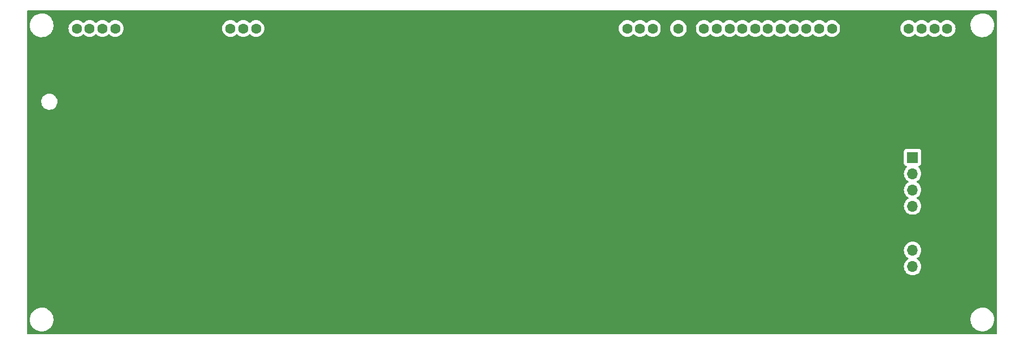
<source format=gbr>
%TF.GenerationSoftware,KiCad,Pcbnew,7.0.7*%
%TF.CreationDate,2024-04-09T00:53:37+02:00*%
%TF.ProjectId,vfd_display,7666645f-6469-4737-906c-61792e6b6963,rev?*%
%TF.SameCoordinates,Original*%
%TF.FileFunction,Copper,L1,Top*%
%TF.FilePolarity,Positive*%
%FSLAX46Y46*%
G04 Gerber Fmt 4.6, Leading zero omitted, Abs format (unit mm)*
G04 Created by KiCad (PCBNEW 7.0.7) date 2024-04-09 00:53:37*
%MOMM*%
%LPD*%
G01*
G04 APERTURE LIST*
%TA.AperFunction,ComponentPad*%
%ADD10C,1.600000*%
%TD*%
%TA.AperFunction,ComponentPad*%
%ADD11O,1.700000X1.700000*%
%TD*%
%TA.AperFunction,ComponentPad*%
%ADD12R,1.700000X1.700000*%
%TD*%
%TA.AperFunction,ViaPad*%
%ADD13C,1.000000*%
%TD*%
%TA.AperFunction,ViaPad*%
%ADD14C,0.800000*%
%TD*%
%TA.AperFunction,ViaPad*%
%ADD15C,4.000000*%
%TD*%
G04 APERTURE END LIST*
D10*
%TO.P,U5,1,F+*%
%TO.N,V_FILAMENT*%
X219000000Y-68000000D03*
%TO.P,U5,2,F+*%
X217000000Y-68000000D03*
%TO.P,U5,3,F+*%
X215000000Y-68000000D03*
%TO.P,U5,4,F+*%
X213000000Y-68000000D03*
%TO.P,U5,5,GND*%
%TO.N,GND*%
X203000000Y-68000000D03*
%TO.P,U5,6,VDD*%
%TO.N,VDD*%
X201000000Y-68000000D03*
%TO.P,U5,7,NC*%
%TO.N,unconnected-(U5-NC-Pad7)*%
X199000000Y-68000000D03*
%TO.P,U5,8,NC*%
%TO.N,unconnected-(U5-NC-Pad8)*%
X197000000Y-68000000D03*
%TO.P,U5,9,TEST*%
%TO.N,Net-(U5-TEST)*%
X195000000Y-68000000D03*
%TO.P,U5,10,RESET*%
%TO.N,Net-(D4-K)*%
X193000000Y-68000000D03*
%TO.P,U5,11,DIO*%
%TO.N,Net-(D5-K)*%
X191000000Y-68000000D03*
%TO.P,U5,12,CS*%
%TO.N,Net-(D6-K)*%
X189000000Y-68000000D03*
%TO.P,U5,13,CLK*%
%TO.N,Net-(D7-K)*%
X187000000Y-68000000D03*
%TO.P,U5,14,VDD*%
%TO.N,VDD*%
X185000000Y-68000000D03*
%TO.P,U5,15,INT*%
%TO.N,unconnected-(U5-INT-Pad15)*%
X183000000Y-68000000D03*
%TO.P,U5,16,NC*%
%TO.N,unconnected-(U5-NC-Pad16)*%
X181000000Y-68000000D03*
%TO.P,U5,17,GND*%
%TO.N,GND*%
X179000000Y-68000000D03*
%TO.P,U5,18,NC*%
%TO.N,unconnected-(U5-NC-Pad18)*%
X177000000Y-68000000D03*
%TO.P,U5,19,GND*%
%TO.N,GND*%
X175000000Y-68000000D03*
%TO.P,U5,20,NC*%
%TO.N,unconnected-(U5-NC-Pad20)*%
X173000000Y-68000000D03*
%TO.P,U5,21,VHG*%
%TO.N,Net-(U5-VHG)*%
X171000000Y-68000000D03*
%TO.P,U5,22,NC*%
%TO.N,unconnected-(U5-NC-Pad22)*%
X169000000Y-68000000D03*
%TO.P,U5,23,NC*%
%TO.N,unconnected-(U5-NC-Pad23)*%
X111000000Y-68000000D03*
%TO.P,U5,24,VDD*%
%TO.N,VDD*%
X109000000Y-68000000D03*
%TO.P,U5,25,VHP*%
%TO.N,Net-(U5-VHP)*%
X107000000Y-68000000D03*
%TO.P,U5,26,GND*%
%TO.N,GND*%
X101000000Y-68000000D03*
%TO.P,U5,27,GND*%
X99000000Y-68000000D03*
%TO.P,U5,28,F-*%
%TO.N,Net-(D8-K)*%
X89000000Y-68000000D03*
%TO.P,U5,29,F-*%
X87000000Y-68000000D03*
%TO.P,U5,30,F-*%
X85000000Y-68000000D03*
%TO.P,U5,31,F-*%
X83000000Y-68000000D03*
%TD*%
D11*
%TO.P,J1,4,Pin_4*%
%TO.N,VFD_RESET*%
X213600000Y-95770000D03*
%TO.P,J1,3,Pin_3*%
%TO.N,VFD_SDA*%
X213600000Y-93230000D03*
%TO.P,J1,2,Pin_2*%
%TO.N,VFD_CS*%
X213600000Y-90690000D03*
D12*
%TO.P,J1,1,Pin_1*%
%TO.N,VFD_SCK*%
X213600000Y-88150000D03*
%TD*%
D11*
%TO.P,J2,4,Pin_4*%
%TO.N,GND*%
X213600000Y-107770000D03*
%TO.P,J2,3,Pin_3*%
%TO.N,FILAMENT_EN*%
X213600000Y-105230000D03*
%TO.P,J2,2,Pin_2*%
%TO.N,VDD*%
X213600000Y-102690000D03*
D12*
%TO.P,J2,1,Pin_1*%
%TO.N,GND*%
X213600000Y-100150000D03*
%TD*%
D13*
%TO.N,GND*%
X211500000Y-74800000D03*
D14*
X190950000Y-71810000D03*
X187000000Y-71810000D03*
D15*
X82500000Y-79500000D03*
D14*
X193000000Y-71810000D03*
X173890000Y-104695000D03*
X189000000Y-71810000D03*
X182882500Y-95805000D03*
X189000000Y-105500000D03*
X173890000Y-96270000D03*
%TD*%
%TA.AperFunction,Conductor*%
%TO.N,GND*%
G36*
X226742539Y-65220185D02*
G01*
X226788294Y-65272989D01*
X226799500Y-65324500D01*
X226799500Y-115675500D01*
X226779815Y-115742539D01*
X226727011Y-115788294D01*
X226675500Y-115799500D01*
X75324500Y-115799500D01*
X75257461Y-115779815D01*
X75211706Y-115727011D01*
X75200500Y-115675500D01*
X75200500Y-113567909D01*
X75641779Y-113567909D01*
X75671468Y-113837735D01*
X75671470Y-113837748D01*
X75706127Y-113970315D01*
X75740132Y-114100384D01*
X75846303Y-114350224D01*
X75918588Y-114468668D01*
X75987716Y-114581940D01*
X75987717Y-114581942D01*
X75987719Y-114581944D01*
X76161368Y-114790604D01*
X76363546Y-114971757D01*
X76589947Y-115121542D01*
X76835743Y-115236767D01*
X77095697Y-115314975D01*
X77364268Y-115354500D01*
X77364273Y-115354500D01*
X77567786Y-115354500D01*
X77619394Y-115350722D01*
X77770740Y-115339645D01*
X77881488Y-115314975D01*
X78035702Y-115280623D01*
X78035704Y-115280622D01*
X78035709Y-115280621D01*
X78289261Y-115183646D01*
X78525991Y-115050786D01*
X78740853Y-114884875D01*
X78929269Y-114689447D01*
X79087223Y-114468668D01*
X79211348Y-114227244D01*
X79298998Y-113970320D01*
X79348306Y-113703371D01*
X79353256Y-113567909D01*
X222641779Y-113567909D01*
X222671468Y-113837735D01*
X222671470Y-113837748D01*
X222706127Y-113970315D01*
X222740132Y-114100384D01*
X222846303Y-114350224D01*
X222918588Y-114468668D01*
X222987716Y-114581940D01*
X222987717Y-114581942D01*
X222987719Y-114581944D01*
X223161368Y-114790604D01*
X223363546Y-114971757D01*
X223589947Y-115121542D01*
X223835743Y-115236767D01*
X224095697Y-115314975D01*
X224364268Y-115354500D01*
X224364273Y-115354500D01*
X224567786Y-115354500D01*
X224619394Y-115350722D01*
X224770740Y-115339645D01*
X224881488Y-115314975D01*
X225035702Y-115280623D01*
X225035704Y-115280622D01*
X225035709Y-115280621D01*
X225289261Y-115183646D01*
X225525991Y-115050786D01*
X225740853Y-114884875D01*
X225929269Y-114689447D01*
X226087223Y-114468668D01*
X226211348Y-114227244D01*
X226298998Y-113970320D01*
X226348306Y-113703371D01*
X226358220Y-113432089D01*
X226328530Y-113162253D01*
X226259868Y-112899616D01*
X226153697Y-112649776D01*
X226012281Y-112418056D01*
X225838632Y-112209396D01*
X225636454Y-112028243D01*
X225410053Y-111878458D01*
X225164257Y-111763233D01*
X224904303Y-111685025D01*
X224904301Y-111685024D01*
X224904299Y-111685024D01*
X224807999Y-111670852D01*
X224635732Y-111645500D01*
X224432219Y-111645500D01*
X224432214Y-111645500D01*
X224229260Y-111660355D01*
X224229246Y-111660357D01*
X223964297Y-111719376D01*
X223964290Y-111719379D01*
X223710736Y-111816355D01*
X223474012Y-111949211D01*
X223259140Y-112115130D01*
X223259139Y-112115132D01*
X223070734Y-112310549D01*
X223070732Y-112310551D01*
X222912778Y-112531329D01*
X222788656Y-112772746D01*
X222788649Y-112772762D01*
X222701005Y-113029666D01*
X222701001Y-113029684D01*
X222651693Y-113296631D01*
X222651693Y-113296633D01*
X222641779Y-113567909D01*
X79353256Y-113567909D01*
X79358220Y-113432089D01*
X79328530Y-113162253D01*
X79259868Y-112899616D01*
X79153697Y-112649776D01*
X79012281Y-112418056D01*
X78838632Y-112209396D01*
X78636454Y-112028243D01*
X78410053Y-111878458D01*
X78164257Y-111763233D01*
X77904303Y-111685025D01*
X77904301Y-111685024D01*
X77904299Y-111685024D01*
X77807999Y-111670852D01*
X77635732Y-111645500D01*
X77432219Y-111645500D01*
X77432214Y-111645500D01*
X77229260Y-111660355D01*
X77229246Y-111660357D01*
X76964297Y-111719376D01*
X76964290Y-111719379D01*
X76710736Y-111816355D01*
X76474012Y-111949211D01*
X76259140Y-112115130D01*
X76259139Y-112115132D01*
X76070734Y-112310549D01*
X76070732Y-112310551D01*
X75912778Y-112531329D01*
X75788656Y-112772746D01*
X75788649Y-112772762D01*
X75701005Y-113029666D01*
X75701001Y-113029684D01*
X75651693Y-113296631D01*
X75651693Y-113296633D01*
X75641779Y-113567909D01*
X75200500Y-113567909D01*
X75200500Y-105230000D01*
X212244341Y-105230000D01*
X212264936Y-105465403D01*
X212264938Y-105465413D01*
X212326094Y-105693655D01*
X212326096Y-105693659D01*
X212326097Y-105693663D01*
X212425965Y-105907830D01*
X212425967Y-105907834D01*
X212534281Y-106062521D01*
X212561505Y-106101401D01*
X212728599Y-106268495D01*
X212825384Y-106336264D01*
X212922165Y-106404032D01*
X212922167Y-106404033D01*
X212922170Y-106404035D01*
X213136337Y-106503903D01*
X213364592Y-106565063D01*
X213552918Y-106581539D01*
X213599999Y-106585659D01*
X213600000Y-106585659D01*
X213600001Y-106585659D01*
X213639234Y-106582226D01*
X213835408Y-106565063D01*
X214063663Y-106503903D01*
X214277830Y-106404035D01*
X214471401Y-106268495D01*
X214638495Y-106101401D01*
X214774035Y-105907830D01*
X214873903Y-105693663D01*
X214935063Y-105465408D01*
X214955659Y-105230000D01*
X214935063Y-104994592D01*
X214873903Y-104766337D01*
X214774035Y-104552171D01*
X214638495Y-104358599D01*
X214638494Y-104358597D01*
X214471402Y-104191506D01*
X214471396Y-104191501D01*
X214285842Y-104061575D01*
X214242217Y-104006998D01*
X214235023Y-103937500D01*
X214266546Y-103875145D01*
X214285842Y-103858425D01*
X214308026Y-103842891D01*
X214471401Y-103728495D01*
X214638495Y-103561401D01*
X214774035Y-103367830D01*
X214873903Y-103153663D01*
X214935063Y-102925408D01*
X214955659Y-102690000D01*
X214935063Y-102454592D01*
X214873903Y-102226337D01*
X214774035Y-102012171D01*
X214638495Y-101818599D01*
X214638494Y-101818597D01*
X214471402Y-101651506D01*
X214471395Y-101651501D01*
X214277834Y-101515967D01*
X214277830Y-101515965D01*
X214277828Y-101515964D01*
X214063663Y-101416097D01*
X214063659Y-101416096D01*
X214063655Y-101416094D01*
X213835413Y-101354938D01*
X213835403Y-101354936D01*
X213600001Y-101334341D01*
X213599999Y-101334341D01*
X213364596Y-101354936D01*
X213364586Y-101354938D01*
X213136344Y-101416094D01*
X213136335Y-101416098D01*
X212922171Y-101515964D01*
X212922169Y-101515965D01*
X212728597Y-101651505D01*
X212561505Y-101818597D01*
X212425965Y-102012169D01*
X212425964Y-102012171D01*
X212326098Y-102226335D01*
X212326094Y-102226344D01*
X212264938Y-102454586D01*
X212264936Y-102454596D01*
X212244341Y-102689999D01*
X212244341Y-102690000D01*
X212264936Y-102925403D01*
X212264938Y-102925413D01*
X212326094Y-103153655D01*
X212326096Y-103153659D01*
X212326097Y-103153663D01*
X212425965Y-103367829D01*
X212425965Y-103367830D01*
X212425967Y-103367834D01*
X212561501Y-103561395D01*
X212561506Y-103561402D01*
X212728597Y-103728493D01*
X212728603Y-103728498D01*
X212914158Y-103858425D01*
X212957783Y-103913002D01*
X212964977Y-103982500D01*
X212933454Y-104044855D01*
X212914158Y-104061575D01*
X212728597Y-104191505D01*
X212561505Y-104358597D01*
X212425965Y-104552169D01*
X212425964Y-104552171D01*
X212326098Y-104766335D01*
X212326094Y-104766344D01*
X212264938Y-104994586D01*
X212264936Y-104994596D01*
X212244341Y-105229999D01*
X212244341Y-105230000D01*
X75200500Y-105230000D01*
X75200500Y-95770000D01*
X212244341Y-95770000D01*
X212264936Y-96005403D01*
X212264938Y-96005413D01*
X212326094Y-96233655D01*
X212326096Y-96233659D01*
X212326097Y-96233663D01*
X212425965Y-96447829D01*
X212425965Y-96447830D01*
X212425967Y-96447834D01*
X212534281Y-96602521D01*
X212561505Y-96641401D01*
X212728599Y-96808495D01*
X212825384Y-96876264D01*
X212922165Y-96944032D01*
X212922167Y-96944033D01*
X212922170Y-96944035D01*
X213136337Y-97043903D01*
X213364592Y-97105063D01*
X213552918Y-97121539D01*
X213599999Y-97125659D01*
X213600000Y-97125659D01*
X213600001Y-97125659D01*
X213639234Y-97122226D01*
X213835408Y-97105063D01*
X214063663Y-97043903D01*
X214277830Y-96944035D01*
X214471401Y-96808495D01*
X214638495Y-96641401D01*
X214774035Y-96447830D01*
X214873903Y-96233663D01*
X214935063Y-96005408D01*
X214955659Y-95770000D01*
X214935063Y-95534592D01*
X214873903Y-95306337D01*
X214774035Y-95092171D01*
X214638495Y-94898599D01*
X214638494Y-94898597D01*
X214471402Y-94731506D01*
X214471396Y-94731501D01*
X214285842Y-94601575D01*
X214242217Y-94546998D01*
X214235023Y-94477500D01*
X214266546Y-94415145D01*
X214285842Y-94398425D01*
X214308026Y-94382891D01*
X214471401Y-94268495D01*
X214638495Y-94101401D01*
X214774035Y-93907830D01*
X214873903Y-93693663D01*
X214935063Y-93465408D01*
X214955659Y-93230000D01*
X214935063Y-92994592D01*
X214873903Y-92766337D01*
X214774035Y-92552171D01*
X214638495Y-92358599D01*
X214638494Y-92358597D01*
X214471402Y-92191506D01*
X214471396Y-92191501D01*
X214285842Y-92061575D01*
X214242217Y-92006998D01*
X214235023Y-91937500D01*
X214266546Y-91875145D01*
X214285842Y-91858425D01*
X214308026Y-91842891D01*
X214471401Y-91728495D01*
X214638495Y-91561401D01*
X214774035Y-91367830D01*
X214873903Y-91153663D01*
X214935063Y-90925408D01*
X214955659Y-90690000D01*
X214935063Y-90454592D01*
X214873903Y-90226337D01*
X214774035Y-90012171D01*
X214638495Y-89818599D01*
X214516567Y-89696671D01*
X214483084Y-89635351D01*
X214488068Y-89565659D01*
X214529939Y-89509725D01*
X214560915Y-89492810D01*
X214692331Y-89443796D01*
X214807546Y-89357546D01*
X214893796Y-89242331D01*
X214944091Y-89107483D01*
X214950500Y-89047873D01*
X214950499Y-87252128D01*
X214944091Y-87192517D01*
X214893796Y-87057669D01*
X214893795Y-87057668D01*
X214893793Y-87057664D01*
X214807547Y-86942455D01*
X214807544Y-86942452D01*
X214692335Y-86856206D01*
X214692328Y-86856202D01*
X214557482Y-86805908D01*
X214557483Y-86805908D01*
X214497883Y-86799501D01*
X214497881Y-86799500D01*
X214497873Y-86799500D01*
X214497864Y-86799500D01*
X212702129Y-86799500D01*
X212702123Y-86799501D01*
X212642516Y-86805908D01*
X212507671Y-86856202D01*
X212507664Y-86856206D01*
X212392455Y-86942452D01*
X212392452Y-86942455D01*
X212306206Y-87057664D01*
X212306202Y-87057671D01*
X212255908Y-87192517D01*
X212249501Y-87252116D01*
X212249501Y-87252123D01*
X212249500Y-87252135D01*
X212249500Y-89047870D01*
X212249501Y-89047876D01*
X212255908Y-89107483D01*
X212306202Y-89242328D01*
X212306206Y-89242335D01*
X212392452Y-89357544D01*
X212392455Y-89357547D01*
X212507664Y-89443793D01*
X212507671Y-89443797D01*
X212639081Y-89492810D01*
X212695015Y-89534681D01*
X212719432Y-89600145D01*
X212704580Y-89668418D01*
X212683430Y-89696673D01*
X212561503Y-89818600D01*
X212425965Y-90012169D01*
X212425964Y-90012171D01*
X212326098Y-90226335D01*
X212326094Y-90226344D01*
X212264938Y-90454586D01*
X212264936Y-90454596D01*
X212244341Y-90689999D01*
X212244341Y-90690000D01*
X212264936Y-90925403D01*
X212264938Y-90925413D01*
X212326094Y-91153655D01*
X212326096Y-91153659D01*
X212326097Y-91153663D01*
X212425965Y-91367830D01*
X212425967Y-91367834D01*
X212561501Y-91561395D01*
X212561506Y-91561402D01*
X212728597Y-91728493D01*
X212728603Y-91728498D01*
X212914158Y-91858425D01*
X212957783Y-91913002D01*
X212964977Y-91982500D01*
X212933454Y-92044855D01*
X212914158Y-92061575D01*
X212728597Y-92191505D01*
X212561505Y-92358597D01*
X212425965Y-92552169D01*
X212425964Y-92552171D01*
X212326098Y-92766335D01*
X212326094Y-92766344D01*
X212264938Y-92994586D01*
X212264936Y-92994596D01*
X212244341Y-93229999D01*
X212244341Y-93230000D01*
X212264936Y-93465403D01*
X212264938Y-93465413D01*
X212326094Y-93693655D01*
X212326096Y-93693659D01*
X212326097Y-93693663D01*
X212425965Y-93907830D01*
X212425967Y-93907834D01*
X212561501Y-94101395D01*
X212561506Y-94101402D01*
X212728597Y-94268493D01*
X212728603Y-94268498D01*
X212914158Y-94398425D01*
X212957783Y-94453002D01*
X212964977Y-94522500D01*
X212933454Y-94584855D01*
X212914158Y-94601575D01*
X212728597Y-94731505D01*
X212561505Y-94898597D01*
X212425965Y-95092169D01*
X212425964Y-95092171D01*
X212326098Y-95306335D01*
X212326094Y-95306344D01*
X212264938Y-95534586D01*
X212264936Y-95534596D01*
X212244341Y-95769999D01*
X212244341Y-95770000D01*
X75200500Y-95770000D01*
X75200500Y-79506506D01*
X77441696Y-79506506D01*
X77441697Y-79506510D01*
X77472009Y-79730281D01*
X77472010Y-79730284D01*
X77541789Y-79945044D01*
X77648794Y-80143891D01*
X77648796Y-80143894D01*
X77789586Y-80320439D01*
X77959639Y-80469011D01*
X77959640Y-80469012D01*
X77959643Y-80469014D01*
X78153493Y-80584834D01*
X78364908Y-80664179D01*
X78364908Y-80664180D01*
X78587090Y-80704500D01*
X78587093Y-80704500D01*
X78756337Y-80704500D01*
X78756343Y-80704500D01*
X78914443Y-80690270D01*
X78924906Y-80689329D01*
X79142570Y-80629258D01*
X79142575Y-80629255D01*
X79142582Y-80629254D01*
X79346033Y-80531277D01*
X79528721Y-80398547D01*
X79684772Y-80235330D01*
X79809173Y-80046871D01*
X79897923Y-79839229D01*
X79948172Y-79619076D01*
X79958303Y-79393490D01*
X79927991Y-79169719D01*
X79858211Y-78954957D01*
X79751204Y-78756106D01*
X79610411Y-78579558D01*
X79521007Y-78501448D01*
X79440360Y-78430988D01*
X79336146Y-78368723D01*
X79246507Y-78315166D01*
X79128154Y-78270747D01*
X79035091Y-78235819D01*
X78812910Y-78195500D01*
X78812907Y-78195500D01*
X78643657Y-78195500D01*
X78612271Y-78198324D01*
X78475093Y-78210670D01*
X78257429Y-78270741D01*
X78257414Y-78270747D01*
X78053973Y-78368719D01*
X78053965Y-78368723D01*
X77871284Y-78501448D01*
X77871282Y-78501449D01*
X77715226Y-78664671D01*
X77590828Y-78853125D01*
X77502077Y-79060772D01*
X77502075Y-79060778D01*
X77451828Y-79280922D01*
X77451828Y-79280926D01*
X77441696Y-79506506D01*
X75200500Y-79506506D01*
X75200500Y-67567909D01*
X75641779Y-67567909D01*
X75671468Y-67837735D01*
X75671470Y-67837748D01*
X75713888Y-68000001D01*
X75740132Y-68100384D01*
X75846303Y-68350224D01*
X75905052Y-68446488D01*
X75987716Y-68581940D01*
X75987717Y-68581942D01*
X76161369Y-68790605D01*
X76262456Y-68881180D01*
X76363546Y-68971757D01*
X76589947Y-69121542D01*
X76835743Y-69236767D01*
X77095697Y-69314975D01*
X77364268Y-69354500D01*
X77364273Y-69354500D01*
X77567786Y-69354500D01*
X77619394Y-69350722D01*
X77770740Y-69339645D01*
X77881488Y-69314975D01*
X78035702Y-69280623D01*
X78035704Y-69280622D01*
X78035709Y-69280621D01*
X78289261Y-69183646D01*
X78525991Y-69050786D01*
X78740853Y-68884875D01*
X78929269Y-68689447D01*
X79087223Y-68468668D01*
X79211348Y-68227244D01*
X79254629Y-68100378D01*
X79288873Y-68000001D01*
X81694532Y-68000001D01*
X81714364Y-68226686D01*
X81714366Y-68226697D01*
X81773258Y-68446488D01*
X81773261Y-68446497D01*
X81869431Y-68652732D01*
X81869432Y-68652734D01*
X81999954Y-68839141D01*
X82160858Y-69000045D01*
X82160861Y-69000047D01*
X82347266Y-69130568D01*
X82553504Y-69226739D01*
X82773308Y-69285635D01*
X82935230Y-69299801D01*
X82999998Y-69305468D01*
X83000000Y-69305468D01*
X83000002Y-69305468D01*
X83056672Y-69300509D01*
X83226692Y-69285635D01*
X83446496Y-69226739D01*
X83652734Y-69130568D01*
X83839139Y-69000047D01*
X83912320Y-68926865D01*
X83973641Y-68893382D01*
X84043333Y-68898366D01*
X84087679Y-68926865D01*
X84160861Y-69000047D01*
X84347266Y-69130568D01*
X84553504Y-69226739D01*
X84773308Y-69285635D01*
X84935230Y-69299801D01*
X84999998Y-69305468D01*
X85000000Y-69305468D01*
X85000002Y-69305468D01*
X85056672Y-69300509D01*
X85226692Y-69285635D01*
X85446496Y-69226739D01*
X85652734Y-69130568D01*
X85839139Y-69000047D01*
X85912320Y-68926865D01*
X85973641Y-68893382D01*
X86043333Y-68898366D01*
X86087679Y-68926865D01*
X86160861Y-69000047D01*
X86347266Y-69130568D01*
X86553504Y-69226739D01*
X86773308Y-69285635D01*
X86935230Y-69299801D01*
X86999998Y-69305468D01*
X87000000Y-69305468D01*
X87000002Y-69305468D01*
X87056672Y-69300509D01*
X87226692Y-69285635D01*
X87446496Y-69226739D01*
X87652734Y-69130568D01*
X87839139Y-69000047D01*
X87912320Y-68926865D01*
X87973641Y-68893382D01*
X88043333Y-68898366D01*
X88087679Y-68926865D01*
X88160861Y-69000047D01*
X88347266Y-69130568D01*
X88553504Y-69226739D01*
X88773308Y-69285635D01*
X88935230Y-69299801D01*
X88999998Y-69305468D01*
X89000000Y-69305468D01*
X89000002Y-69305468D01*
X89056672Y-69300509D01*
X89226692Y-69285635D01*
X89446496Y-69226739D01*
X89652734Y-69130568D01*
X89839139Y-69000047D01*
X90000047Y-68839139D01*
X90130568Y-68652734D01*
X90226739Y-68446496D01*
X90285635Y-68226692D01*
X90305468Y-68000001D01*
X105694532Y-68000001D01*
X105714364Y-68226686D01*
X105714366Y-68226697D01*
X105773258Y-68446488D01*
X105773261Y-68446497D01*
X105869431Y-68652732D01*
X105869432Y-68652734D01*
X105999954Y-68839141D01*
X106160858Y-69000045D01*
X106160861Y-69000047D01*
X106347266Y-69130568D01*
X106553504Y-69226739D01*
X106773308Y-69285635D01*
X106935230Y-69299801D01*
X106999998Y-69305468D01*
X107000000Y-69305468D01*
X107000002Y-69305468D01*
X107056672Y-69300509D01*
X107226692Y-69285635D01*
X107446496Y-69226739D01*
X107652734Y-69130568D01*
X107839139Y-69000047D01*
X107912320Y-68926865D01*
X107973641Y-68893382D01*
X108043333Y-68898366D01*
X108087679Y-68926865D01*
X108160861Y-69000047D01*
X108347266Y-69130568D01*
X108553504Y-69226739D01*
X108773308Y-69285635D01*
X108935230Y-69299801D01*
X108999998Y-69305468D01*
X109000000Y-69305468D01*
X109000002Y-69305468D01*
X109056672Y-69300509D01*
X109226692Y-69285635D01*
X109446496Y-69226739D01*
X109652734Y-69130568D01*
X109839139Y-69000047D01*
X109912319Y-68926866D01*
X109973639Y-68893382D01*
X110043331Y-68898366D01*
X110087680Y-68926867D01*
X110160858Y-69000045D01*
X110160861Y-69000047D01*
X110347266Y-69130568D01*
X110553504Y-69226739D01*
X110773308Y-69285635D01*
X110935230Y-69299801D01*
X110999998Y-69305468D01*
X111000000Y-69305468D01*
X111000002Y-69305468D01*
X111056672Y-69300509D01*
X111226692Y-69285635D01*
X111446496Y-69226739D01*
X111652734Y-69130568D01*
X111839139Y-69000047D01*
X112000047Y-68839139D01*
X112130568Y-68652734D01*
X112226739Y-68446496D01*
X112285635Y-68226692D01*
X112305468Y-68000001D01*
X167694532Y-68000001D01*
X167714364Y-68226686D01*
X167714366Y-68226697D01*
X167773258Y-68446488D01*
X167773261Y-68446497D01*
X167869431Y-68652732D01*
X167869432Y-68652734D01*
X167999954Y-68839141D01*
X168160858Y-69000045D01*
X168160861Y-69000047D01*
X168347266Y-69130568D01*
X168553504Y-69226739D01*
X168773308Y-69285635D01*
X168935230Y-69299801D01*
X168999998Y-69305468D01*
X169000000Y-69305468D01*
X169000002Y-69305468D01*
X169056672Y-69300509D01*
X169226692Y-69285635D01*
X169446496Y-69226739D01*
X169652734Y-69130568D01*
X169839139Y-69000047D01*
X169912320Y-68926865D01*
X169973641Y-68893382D01*
X170043333Y-68898366D01*
X170087679Y-68926865D01*
X170160861Y-69000047D01*
X170347266Y-69130568D01*
X170553504Y-69226739D01*
X170773308Y-69285635D01*
X170935230Y-69299801D01*
X170999998Y-69305468D01*
X171000000Y-69305468D01*
X171000002Y-69305468D01*
X171056672Y-69300509D01*
X171226692Y-69285635D01*
X171446496Y-69226739D01*
X171652734Y-69130568D01*
X171839139Y-69000047D01*
X171912320Y-68926865D01*
X171973641Y-68893382D01*
X172043333Y-68898366D01*
X172087679Y-68926865D01*
X172160861Y-69000047D01*
X172347266Y-69130568D01*
X172553504Y-69226739D01*
X172773308Y-69285635D01*
X172935230Y-69299801D01*
X172999998Y-69305468D01*
X173000000Y-69305468D01*
X173000002Y-69305468D01*
X173056672Y-69300509D01*
X173226692Y-69285635D01*
X173446496Y-69226739D01*
X173652734Y-69130568D01*
X173839139Y-69000047D01*
X174000047Y-68839139D01*
X174130568Y-68652734D01*
X174226739Y-68446496D01*
X174285635Y-68226692D01*
X174305468Y-68000001D01*
X175694532Y-68000001D01*
X175714364Y-68226686D01*
X175714366Y-68226697D01*
X175773258Y-68446488D01*
X175773261Y-68446497D01*
X175869431Y-68652732D01*
X175869432Y-68652734D01*
X175999954Y-68839141D01*
X176160858Y-69000045D01*
X176160861Y-69000047D01*
X176347266Y-69130568D01*
X176553504Y-69226739D01*
X176773308Y-69285635D01*
X176935230Y-69299801D01*
X176999998Y-69305468D01*
X177000000Y-69305468D01*
X177000002Y-69305468D01*
X177056672Y-69300509D01*
X177226692Y-69285635D01*
X177446496Y-69226739D01*
X177652734Y-69130568D01*
X177839139Y-69000047D01*
X178000047Y-68839139D01*
X178130568Y-68652734D01*
X178226739Y-68446496D01*
X178285635Y-68226692D01*
X178305468Y-68000001D01*
X179694532Y-68000001D01*
X179714364Y-68226686D01*
X179714366Y-68226697D01*
X179773258Y-68446488D01*
X179773261Y-68446497D01*
X179869431Y-68652732D01*
X179869432Y-68652734D01*
X179999954Y-68839141D01*
X180160858Y-69000045D01*
X180160861Y-69000047D01*
X180347266Y-69130568D01*
X180553504Y-69226739D01*
X180773308Y-69285635D01*
X180935230Y-69299801D01*
X180999998Y-69305468D01*
X181000000Y-69305468D01*
X181000002Y-69305468D01*
X181056672Y-69300509D01*
X181226692Y-69285635D01*
X181446496Y-69226739D01*
X181652734Y-69130568D01*
X181839139Y-69000047D01*
X181912319Y-68926866D01*
X181973639Y-68893382D01*
X182043331Y-68898366D01*
X182087680Y-68926867D01*
X182160858Y-69000045D01*
X182160861Y-69000047D01*
X182347266Y-69130568D01*
X182553504Y-69226739D01*
X182773308Y-69285635D01*
X182935230Y-69299801D01*
X182999998Y-69305468D01*
X183000000Y-69305468D01*
X183000002Y-69305468D01*
X183056672Y-69300509D01*
X183226692Y-69285635D01*
X183446496Y-69226739D01*
X183652734Y-69130568D01*
X183839139Y-69000047D01*
X183912320Y-68926865D01*
X183973641Y-68893382D01*
X184043333Y-68898366D01*
X184087679Y-68926865D01*
X184160861Y-69000047D01*
X184347266Y-69130568D01*
X184553504Y-69226739D01*
X184773308Y-69285635D01*
X184935230Y-69299801D01*
X184999998Y-69305468D01*
X185000000Y-69305468D01*
X185000002Y-69305468D01*
X185056672Y-69300509D01*
X185226692Y-69285635D01*
X185446496Y-69226739D01*
X185652734Y-69130568D01*
X185839139Y-69000047D01*
X185912320Y-68926865D01*
X185973641Y-68893382D01*
X186043333Y-68898366D01*
X186087679Y-68926865D01*
X186160861Y-69000047D01*
X186347266Y-69130568D01*
X186553504Y-69226739D01*
X186773308Y-69285635D01*
X186935230Y-69299801D01*
X186999998Y-69305468D01*
X187000000Y-69305468D01*
X187000002Y-69305468D01*
X187056672Y-69300509D01*
X187226692Y-69285635D01*
X187446496Y-69226739D01*
X187652734Y-69130568D01*
X187839139Y-69000047D01*
X187912320Y-68926865D01*
X187973641Y-68893382D01*
X188043333Y-68898366D01*
X188087679Y-68926865D01*
X188160861Y-69000047D01*
X188347266Y-69130568D01*
X188553504Y-69226739D01*
X188773308Y-69285635D01*
X188935230Y-69299801D01*
X188999998Y-69305468D01*
X189000000Y-69305468D01*
X189000002Y-69305468D01*
X189056672Y-69300509D01*
X189226692Y-69285635D01*
X189446496Y-69226739D01*
X189652734Y-69130568D01*
X189839139Y-69000047D01*
X189912320Y-68926865D01*
X189973641Y-68893382D01*
X190043333Y-68898366D01*
X190087679Y-68926865D01*
X190160861Y-69000047D01*
X190347266Y-69130568D01*
X190553504Y-69226739D01*
X190773308Y-69285635D01*
X190935230Y-69299801D01*
X190999998Y-69305468D01*
X191000000Y-69305468D01*
X191000002Y-69305468D01*
X191056672Y-69300509D01*
X191226692Y-69285635D01*
X191446496Y-69226739D01*
X191652734Y-69130568D01*
X191839139Y-69000047D01*
X191912320Y-68926865D01*
X191973641Y-68893382D01*
X192043333Y-68898366D01*
X192087679Y-68926865D01*
X192160861Y-69000047D01*
X192347266Y-69130568D01*
X192553504Y-69226739D01*
X192773308Y-69285635D01*
X192935230Y-69299801D01*
X192999998Y-69305468D01*
X193000000Y-69305468D01*
X193000002Y-69305468D01*
X193056672Y-69300509D01*
X193226692Y-69285635D01*
X193446496Y-69226739D01*
X193652734Y-69130568D01*
X193839139Y-69000047D01*
X193912320Y-68926865D01*
X193973641Y-68893382D01*
X194043333Y-68898366D01*
X194087679Y-68926865D01*
X194160861Y-69000047D01*
X194347266Y-69130568D01*
X194553504Y-69226739D01*
X194773308Y-69285635D01*
X194935230Y-69299801D01*
X194999998Y-69305468D01*
X195000000Y-69305468D01*
X195000002Y-69305468D01*
X195056672Y-69300509D01*
X195226692Y-69285635D01*
X195446496Y-69226739D01*
X195652734Y-69130568D01*
X195839139Y-69000047D01*
X195912319Y-68926866D01*
X195973639Y-68893382D01*
X196043331Y-68898366D01*
X196087680Y-68926867D01*
X196160858Y-69000045D01*
X196160861Y-69000047D01*
X196347266Y-69130568D01*
X196553504Y-69226739D01*
X196773308Y-69285635D01*
X196935230Y-69299801D01*
X196999998Y-69305468D01*
X197000000Y-69305468D01*
X197000002Y-69305468D01*
X197056672Y-69300509D01*
X197226692Y-69285635D01*
X197446496Y-69226739D01*
X197652734Y-69130568D01*
X197839139Y-69000047D01*
X197912319Y-68926866D01*
X197973639Y-68893382D01*
X198043331Y-68898366D01*
X198087680Y-68926867D01*
X198160858Y-69000045D01*
X198160861Y-69000047D01*
X198347266Y-69130568D01*
X198553504Y-69226739D01*
X198773308Y-69285635D01*
X198935230Y-69299801D01*
X198999998Y-69305468D01*
X199000000Y-69305468D01*
X199000002Y-69305468D01*
X199056672Y-69300509D01*
X199226692Y-69285635D01*
X199446496Y-69226739D01*
X199652734Y-69130568D01*
X199839139Y-69000047D01*
X199912320Y-68926865D01*
X199973641Y-68893382D01*
X200043333Y-68898366D01*
X200087679Y-68926865D01*
X200160861Y-69000047D01*
X200347266Y-69130568D01*
X200553504Y-69226739D01*
X200773308Y-69285635D01*
X200935230Y-69299801D01*
X200999998Y-69305468D01*
X201000000Y-69305468D01*
X201000002Y-69305468D01*
X201056672Y-69300509D01*
X201226692Y-69285635D01*
X201446496Y-69226739D01*
X201652734Y-69130568D01*
X201839139Y-69000047D01*
X202000047Y-68839139D01*
X202130568Y-68652734D01*
X202226739Y-68446496D01*
X202285635Y-68226692D01*
X202305468Y-68000001D01*
X211694532Y-68000001D01*
X211714364Y-68226686D01*
X211714366Y-68226697D01*
X211773258Y-68446488D01*
X211773261Y-68446497D01*
X211869431Y-68652732D01*
X211869432Y-68652734D01*
X211999954Y-68839141D01*
X212160858Y-69000045D01*
X212160861Y-69000047D01*
X212347266Y-69130568D01*
X212553504Y-69226739D01*
X212773308Y-69285635D01*
X212935230Y-69299801D01*
X212999998Y-69305468D01*
X213000000Y-69305468D01*
X213000002Y-69305468D01*
X213056672Y-69300509D01*
X213226692Y-69285635D01*
X213446496Y-69226739D01*
X213652734Y-69130568D01*
X213839139Y-69000047D01*
X213912319Y-68926866D01*
X213973639Y-68893382D01*
X214043331Y-68898366D01*
X214087680Y-68926867D01*
X214160858Y-69000045D01*
X214160861Y-69000047D01*
X214347266Y-69130568D01*
X214553504Y-69226739D01*
X214773308Y-69285635D01*
X214935230Y-69299801D01*
X214999998Y-69305468D01*
X215000000Y-69305468D01*
X215000002Y-69305468D01*
X215056672Y-69300509D01*
X215226692Y-69285635D01*
X215446496Y-69226739D01*
X215652734Y-69130568D01*
X215839139Y-69000047D01*
X215912320Y-68926865D01*
X215973641Y-68893382D01*
X216043333Y-68898366D01*
X216087679Y-68926865D01*
X216160861Y-69000047D01*
X216347266Y-69130568D01*
X216553504Y-69226739D01*
X216773308Y-69285635D01*
X216935230Y-69299801D01*
X216999998Y-69305468D01*
X217000000Y-69305468D01*
X217000002Y-69305468D01*
X217056672Y-69300509D01*
X217226692Y-69285635D01*
X217446496Y-69226739D01*
X217652734Y-69130568D01*
X217839139Y-69000047D01*
X217912320Y-68926865D01*
X217973641Y-68893382D01*
X218043333Y-68898366D01*
X218087679Y-68926865D01*
X218160861Y-69000047D01*
X218347266Y-69130568D01*
X218553504Y-69226739D01*
X218773308Y-69285635D01*
X218935230Y-69299801D01*
X218999998Y-69305468D01*
X219000000Y-69305468D01*
X219000002Y-69305468D01*
X219056672Y-69300509D01*
X219226692Y-69285635D01*
X219446496Y-69226739D01*
X219652734Y-69130568D01*
X219839139Y-69000047D01*
X220000047Y-68839139D01*
X220130568Y-68652734D01*
X220226739Y-68446496D01*
X220285635Y-68226692D01*
X220305468Y-68000000D01*
X220302872Y-67970333D01*
X220291273Y-67837748D01*
X220285635Y-67773308D01*
X220230599Y-67567909D01*
X222641779Y-67567909D01*
X222671468Y-67837735D01*
X222671470Y-67837748D01*
X222713888Y-68000001D01*
X222740132Y-68100384D01*
X222846303Y-68350224D01*
X222905052Y-68446488D01*
X222987716Y-68581940D01*
X222987717Y-68581942D01*
X223161369Y-68790605D01*
X223262456Y-68881180D01*
X223363546Y-68971757D01*
X223589947Y-69121542D01*
X223835743Y-69236767D01*
X224095697Y-69314975D01*
X224364268Y-69354500D01*
X224364273Y-69354500D01*
X224567786Y-69354500D01*
X224619394Y-69350722D01*
X224770740Y-69339645D01*
X224881488Y-69314975D01*
X225035702Y-69280623D01*
X225035704Y-69280622D01*
X225035709Y-69280621D01*
X225289261Y-69183646D01*
X225525991Y-69050786D01*
X225740853Y-68884875D01*
X225929269Y-68689447D01*
X226087223Y-68468668D01*
X226211348Y-68227244D01*
X226254629Y-68100378D01*
X226298994Y-67970333D01*
X226298994Y-67970329D01*
X226298998Y-67970320D01*
X226348306Y-67703371D01*
X226358220Y-67432089D01*
X226328530Y-67162253D01*
X226259868Y-66899616D01*
X226153697Y-66649776D01*
X226012281Y-66418056D01*
X225838632Y-66209396D01*
X225636454Y-66028243D01*
X225410053Y-65878458D01*
X225164257Y-65763233D01*
X224904303Y-65685025D01*
X224904301Y-65685024D01*
X224904299Y-65685024D01*
X224807999Y-65670852D01*
X224635732Y-65645500D01*
X224432219Y-65645500D01*
X224432214Y-65645500D01*
X224229260Y-65660355D01*
X224229246Y-65660357D01*
X223964297Y-65719376D01*
X223964290Y-65719379D01*
X223710736Y-65816355D01*
X223474012Y-65949211D01*
X223259140Y-66115130D01*
X223259139Y-66115132D01*
X223070734Y-66310549D01*
X223070732Y-66310551D01*
X222912778Y-66531329D01*
X222788656Y-66772746D01*
X222788649Y-66772762D01*
X222701005Y-67029666D01*
X222701001Y-67029684D01*
X222651693Y-67296631D01*
X222651693Y-67296633D01*
X222641779Y-67567909D01*
X220230599Y-67567909D01*
X220226739Y-67553504D01*
X220130568Y-67347266D01*
X220000047Y-67160861D01*
X220000045Y-67160858D01*
X219839141Y-66999954D01*
X219652734Y-66869432D01*
X219652732Y-66869431D01*
X219446497Y-66773261D01*
X219446488Y-66773258D01*
X219226697Y-66714366D01*
X219226693Y-66714365D01*
X219226692Y-66714365D01*
X219226691Y-66714364D01*
X219226686Y-66714364D01*
X219000002Y-66694532D01*
X218999998Y-66694532D01*
X218773313Y-66714364D01*
X218773302Y-66714366D01*
X218553511Y-66773258D01*
X218553502Y-66773261D01*
X218347267Y-66869431D01*
X218347265Y-66869432D01*
X218160862Y-66999951D01*
X218087681Y-67073132D01*
X218026357Y-67106616D01*
X217956666Y-67101631D01*
X217912319Y-67073132D01*
X217839137Y-66999951D01*
X217652734Y-66869432D01*
X217652732Y-66869431D01*
X217446497Y-66773261D01*
X217446488Y-66773258D01*
X217226697Y-66714366D01*
X217226693Y-66714365D01*
X217226692Y-66714365D01*
X217226691Y-66714364D01*
X217226686Y-66714364D01*
X217000002Y-66694532D01*
X216999998Y-66694532D01*
X216773313Y-66714364D01*
X216773302Y-66714366D01*
X216553511Y-66773258D01*
X216553502Y-66773261D01*
X216347267Y-66869431D01*
X216347265Y-66869432D01*
X216160862Y-66999951D01*
X216087681Y-67073132D01*
X216026357Y-67106616D01*
X215956666Y-67101631D01*
X215912319Y-67073132D01*
X215839137Y-66999951D01*
X215652734Y-66869432D01*
X215652732Y-66869431D01*
X215446497Y-66773261D01*
X215446488Y-66773258D01*
X215226697Y-66714366D01*
X215226693Y-66714365D01*
X215226692Y-66714365D01*
X215226691Y-66714364D01*
X215226686Y-66714364D01*
X215000002Y-66694532D01*
X214999998Y-66694532D01*
X214773313Y-66714364D01*
X214773302Y-66714366D01*
X214553511Y-66773258D01*
X214553502Y-66773261D01*
X214347267Y-66869431D01*
X214347265Y-66869432D01*
X214160862Y-66999951D01*
X214087681Y-67073132D01*
X214026357Y-67106616D01*
X213956666Y-67101631D01*
X213912319Y-67073132D01*
X213839137Y-66999951D01*
X213652734Y-66869432D01*
X213652732Y-66869431D01*
X213446497Y-66773261D01*
X213446488Y-66773258D01*
X213226697Y-66714366D01*
X213226693Y-66714365D01*
X213226692Y-66714365D01*
X213226691Y-66714364D01*
X213226686Y-66714364D01*
X213000002Y-66694532D01*
X212999998Y-66694532D01*
X212773313Y-66714364D01*
X212773302Y-66714366D01*
X212553511Y-66773258D01*
X212553502Y-66773261D01*
X212347267Y-66869431D01*
X212347265Y-66869432D01*
X212160858Y-66999954D01*
X211999954Y-67160858D01*
X211869432Y-67347265D01*
X211869431Y-67347267D01*
X211773261Y-67553502D01*
X211773258Y-67553511D01*
X211714366Y-67773302D01*
X211714364Y-67773313D01*
X211694532Y-67999998D01*
X211694532Y-68000001D01*
X202305468Y-68000001D01*
X202305468Y-68000000D01*
X202302872Y-67970333D01*
X202291273Y-67837748D01*
X202285635Y-67773308D01*
X202226739Y-67553504D01*
X202130568Y-67347266D01*
X202000047Y-67160861D01*
X202000045Y-67160858D01*
X201839141Y-66999954D01*
X201652734Y-66869432D01*
X201652732Y-66869431D01*
X201446497Y-66773261D01*
X201446488Y-66773258D01*
X201226697Y-66714366D01*
X201226693Y-66714365D01*
X201226692Y-66714365D01*
X201226691Y-66714364D01*
X201226686Y-66714364D01*
X201000002Y-66694532D01*
X200999998Y-66694532D01*
X200773313Y-66714364D01*
X200773302Y-66714366D01*
X200553511Y-66773258D01*
X200553502Y-66773261D01*
X200347267Y-66869431D01*
X200347265Y-66869432D01*
X200160862Y-66999951D01*
X200087681Y-67073132D01*
X200026357Y-67106616D01*
X199956666Y-67101631D01*
X199912319Y-67073132D01*
X199839137Y-66999951D01*
X199652734Y-66869432D01*
X199652732Y-66869431D01*
X199446497Y-66773261D01*
X199446488Y-66773258D01*
X199226697Y-66714366D01*
X199226693Y-66714365D01*
X199226692Y-66714365D01*
X199226691Y-66714364D01*
X199226686Y-66714364D01*
X199000002Y-66694532D01*
X198999998Y-66694532D01*
X198773313Y-66714364D01*
X198773302Y-66714366D01*
X198553511Y-66773258D01*
X198553502Y-66773261D01*
X198347267Y-66869431D01*
X198347265Y-66869432D01*
X198160862Y-66999951D01*
X198087681Y-67073132D01*
X198026357Y-67106616D01*
X197956666Y-67101631D01*
X197912319Y-67073132D01*
X197839137Y-66999951D01*
X197652734Y-66869432D01*
X197652732Y-66869431D01*
X197446497Y-66773261D01*
X197446488Y-66773258D01*
X197226697Y-66714366D01*
X197226693Y-66714365D01*
X197226692Y-66714365D01*
X197226691Y-66714364D01*
X197226686Y-66714364D01*
X197000002Y-66694532D01*
X196999998Y-66694532D01*
X196773313Y-66714364D01*
X196773302Y-66714366D01*
X196553511Y-66773258D01*
X196553502Y-66773261D01*
X196347267Y-66869431D01*
X196347265Y-66869432D01*
X196160862Y-66999951D01*
X196087681Y-67073132D01*
X196026357Y-67106616D01*
X195956666Y-67101631D01*
X195912319Y-67073132D01*
X195839137Y-66999951D01*
X195652734Y-66869432D01*
X195652732Y-66869431D01*
X195446497Y-66773261D01*
X195446488Y-66773258D01*
X195226697Y-66714366D01*
X195226693Y-66714365D01*
X195226692Y-66714365D01*
X195226691Y-66714364D01*
X195226686Y-66714364D01*
X195000002Y-66694532D01*
X194999998Y-66694532D01*
X194773313Y-66714364D01*
X194773302Y-66714366D01*
X194553511Y-66773258D01*
X194553502Y-66773261D01*
X194347267Y-66869431D01*
X194347265Y-66869432D01*
X194160862Y-66999951D01*
X194087681Y-67073132D01*
X194026357Y-67106616D01*
X193956666Y-67101631D01*
X193912319Y-67073132D01*
X193839137Y-66999951D01*
X193652734Y-66869432D01*
X193652732Y-66869431D01*
X193446497Y-66773261D01*
X193446488Y-66773258D01*
X193226697Y-66714366D01*
X193226693Y-66714365D01*
X193226692Y-66714365D01*
X193226691Y-66714364D01*
X193226686Y-66714364D01*
X193000002Y-66694532D01*
X192999998Y-66694532D01*
X192773313Y-66714364D01*
X192773302Y-66714366D01*
X192553511Y-66773258D01*
X192553502Y-66773261D01*
X192347267Y-66869431D01*
X192347265Y-66869432D01*
X192160862Y-66999951D01*
X192087681Y-67073132D01*
X192026357Y-67106616D01*
X191956666Y-67101631D01*
X191912319Y-67073132D01*
X191839137Y-66999951D01*
X191652734Y-66869432D01*
X191652732Y-66869431D01*
X191446497Y-66773261D01*
X191446488Y-66773258D01*
X191226697Y-66714366D01*
X191226693Y-66714365D01*
X191226692Y-66714365D01*
X191226691Y-66714364D01*
X191226686Y-66714364D01*
X191000002Y-66694532D01*
X190999998Y-66694532D01*
X190773313Y-66714364D01*
X190773302Y-66714366D01*
X190553511Y-66773258D01*
X190553502Y-66773261D01*
X190347267Y-66869431D01*
X190347265Y-66869432D01*
X190160862Y-66999951D01*
X190087681Y-67073132D01*
X190026357Y-67106616D01*
X189956666Y-67101631D01*
X189912319Y-67073132D01*
X189839137Y-66999951D01*
X189652734Y-66869432D01*
X189652732Y-66869431D01*
X189446497Y-66773261D01*
X189446488Y-66773258D01*
X189226697Y-66714366D01*
X189226693Y-66714365D01*
X189226692Y-66714365D01*
X189226691Y-66714364D01*
X189226686Y-66714364D01*
X189000002Y-66694532D01*
X188999998Y-66694532D01*
X188773313Y-66714364D01*
X188773302Y-66714366D01*
X188553511Y-66773258D01*
X188553502Y-66773261D01*
X188347267Y-66869431D01*
X188347265Y-66869432D01*
X188160862Y-66999951D01*
X188087681Y-67073132D01*
X188026357Y-67106616D01*
X187956666Y-67101631D01*
X187912319Y-67073132D01*
X187839137Y-66999951D01*
X187652734Y-66869432D01*
X187652732Y-66869431D01*
X187446497Y-66773261D01*
X187446488Y-66773258D01*
X187226697Y-66714366D01*
X187226693Y-66714365D01*
X187226692Y-66714365D01*
X187226691Y-66714364D01*
X187226686Y-66714364D01*
X187000002Y-66694532D01*
X186999998Y-66694532D01*
X186773313Y-66714364D01*
X186773302Y-66714366D01*
X186553511Y-66773258D01*
X186553502Y-66773261D01*
X186347267Y-66869431D01*
X186347265Y-66869432D01*
X186160862Y-66999951D01*
X186087681Y-67073132D01*
X186026357Y-67106616D01*
X185956666Y-67101631D01*
X185912319Y-67073132D01*
X185839137Y-66999951D01*
X185652734Y-66869432D01*
X185652732Y-66869431D01*
X185446497Y-66773261D01*
X185446488Y-66773258D01*
X185226697Y-66714366D01*
X185226693Y-66714365D01*
X185226692Y-66714365D01*
X185226691Y-66714364D01*
X185226686Y-66714364D01*
X185000002Y-66694532D01*
X184999998Y-66694532D01*
X184773313Y-66714364D01*
X184773302Y-66714366D01*
X184553511Y-66773258D01*
X184553502Y-66773261D01*
X184347267Y-66869431D01*
X184347265Y-66869432D01*
X184160862Y-66999951D01*
X184087681Y-67073132D01*
X184026357Y-67106616D01*
X183956666Y-67101631D01*
X183912319Y-67073132D01*
X183839137Y-66999951D01*
X183652734Y-66869432D01*
X183652732Y-66869431D01*
X183446497Y-66773261D01*
X183446488Y-66773258D01*
X183226697Y-66714366D01*
X183226693Y-66714365D01*
X183226692Y-66714365D01*
X183226691Y-66714364D01*
X183226686Y-66714364D01*
X183000002Y-66694532D01*
X182999998Y-66694532D01*
X182773313Y-66714364D01*
X182773302Y-66714366D01*
X182553511Y-66773258D01*
X182553502Y-66773261D01*
X182347267Y-66869431D01*
X182347265Y-66869432D01*
X182160862Y-66999951D01*
X182087681Y-67073132D01*
X182026357Y-67106616D01*
X181956666Y-67101631D01*
X181912319Y-67073132D01*
X181839137Y-66999951D01*
X181652734Y-66869432D01*
X181652732Y-66869431D01*
X181446497Y-66773261D01*
X181446488Y-66773258D01*
X181226697Y-66714366D01*
X181226693Y-66714365D01*
X181226692Y-66714365D01*
X181226691Y-66714364D01*
X181226686Y-66714364D01*
X181000002Y-66694532D01*
X180999998Y-66694532D01*
X180773313Y-66714364D01*
X180773302Y-66714366D01*
X180553511Y-66773258D01*
X180553502Y-66773261D01*
X180347267Y-66869431D01*
X180347265Y-66869432D01*
X180160858Y-66999954D01*
X179999954Y-67160858D01*
X179869432Y-67347265D01*
X179869431Y-67347267D01*
X179773261Y-67553502D01*
X179773258Y-67553511D01*
X179714366Y-67773302D01*
X179714364Y-67773313D01*
X179694532Y-67999998D01*
X179694532Y-68000001D01*
X178305468Y-68000001D01*
X178305468Y-68000000D01*
X178302872Y-67970333D01*
X178291273Y-67837748D01*
X178285635Y-67773308D01*
X178226739Y-67553504D01*
X178130568Y-67347266D01*
X178000047Y-67160861D01*
X178000045Y-67160858D01*
X177839141Y-66999954D01*
X177652734Y-66869432D01*
X177652732Y-66869431D01*
X177446497Y-66773261D01*
X177446488Y-66773258D01*
X177226697Y-66714366D01*
X177226693Y-66714365D01*
X177226692Y-66714365D01*
X177226691Y-66714364D01*
X177226686Y-66714364D01*
X177000002Y-66694532D01*
X176999998Y-66694532D01*
X176773313Y-66714364D01*
X176773302Y-66714366D01*
X176553511Y-66773258D01*
X176553502Y-66773261D01*
X176347267Y-66869431D01*
X176347265Y-66869432D01*
X176160858Y-66999954D01*
X175999954Y-67160858D01*
X175869432Y-67347265D01*
X175869431Y-67347267D01*
X175773261Y-67553502D01*
X175773258Y-67553511D01*
X175714366Y-67773302D01*
X175714364Y-67773313D01*
X175694532Y-67999998D01*
X175694532Y-68000001D01*
X174305468Y-68000001D01*
X174305468Y-68000000D01*
X174302872Y-67970333D01*
X174291273Y-67837748D01*
X174285635Y-67773308D01*
X174226739Y-67553504D01*
X174130568Y-67347266D01*
X174000047Y-67160861D01*
X174000045Y-67160858D01*
X173839141Y-66999954D01*
X173652734Y-66869432D01*
X173652732Y-66869431D01*
X173446497Y-66773261D01*
X173446488Y-66773258D01*
X173226697Y-66714366D01*
X173226693Y-66714365D01*
X173226692Y-66714365D01*
X173226691Y-66714364D01*
X173226686Y-66714364D01*
X173000002Y-66694532D01*
X172999998Y-66694532D01*
X172773313Y-66714364D01*
X172773302Y-66714366D01*
X172553511Y-66773258D01*
X172553502Y-66773261D01*
X172347267Y-66869431D01*
X172347265Y-66869432D01*
X172160862Y-66999951D01*
X172087681Y-67073132D01*
X172026357Y-67106616D01*
X171956666Y-67101631D01*
X171912319Y-67073132D01*
X171839137Y-66999951D01*
X171652734Y-66869432D01*
X171652732Y-66869431D01*
X171446497Y-66773261D01*
X171446488Y-66773258D01*
X171226697Y-66714366D01*
X171226693Y-66714365D01*
X171226692Y-66714365D01*
X171226691Y-66714364D01*
X171226686Y-66714364D01*
X171000002Y-66694532D01*
X170999998Y-66694532D01*
X170773313Y-66714364D01*
X170773302Y-66714366D01*
X170553511Y-66773258D01*
X170553502Y-66773261D01*
X170347267Y-66869431D01*
X170347265Y-66869432D01*
X170160862Y-66999951D01*
X170087681Y-67073132D01*
X170026357Y-67106616D01*
X169956666Y-67101631D01*
X169912319Y-67073132D01*
X169839137Y-66999951D01*
X169652734Y-66869432D01*
X169652732Y-66869431D01*
X169446497Y-66773261D01*
X169446488Y-66773258D01*
X169226697Y-66714366D01*
X169226693Y-66714365D01*
X169226692Y-66714365D01*
X169226691Y-66714364D01*
X169226686Y-66714364D01*
X169000002Y-66694532D01*
X168999998Y-66694532D01*
X168773313Y-66714364D01*
X168773302Y-66714366D01*
X168553511Y-66773258D01*
X168553502Y-66773261D01*
X168347267Y-66869431D01*
X168347265Y-66869432D01*
X168160858Y-66999954D01*
X167999954Y-67160858D01*
X167869432Y-67347265D01*
X167869431Y-67347267D01*
X167773261Y-67553502D01*
X167773258Y-67553511D01*
X167714366Y-67773302D01*
X167714364Y-67773313D01*
X167694532Y-67999998D01*
X167694532Y-68000001D01*
X112305468Y-68000001D01*
X112305468Y-68000000D01*
X112302872Y-67970333D01*
X112291273Y-67837748D01*
X112285635Y-67773308D01*
X112226739Y-67553504D01*
X112130568Y-67347266D01*
X112000047Y-67160861D01*
X112000045Y-67160858D01*
X111839141Y-66999954D01*
X111652734Y-66869432D01*
X111652732Y-66869431D01*
X111446497Y-66773261D01*
X111446488Y-66773258D01*
X111226697Y-66714366D01*
X111226693Y-66714365D01*
X111226692Y-66714365D01*
X111226691Y-66714364D01*
X111226686Y-66714364D01*
X111000002Y-66694532D01*
X110999998Y-66694532D01*
X110773313Y-66714364D01*
X110773302Y-66714366D01*
X110553511Y-66773258D01*
X110553502Y-66773261D01*
X110347267Y-66869431D01*
X110347265Y-66869432D01*
X110160858Y-66999954D01*
X110087681Y-67073132D01*
X110026358Y-67106617D01*
X109956666Y-67101633D01*
X109912319Y-67073132D01*
X109839141Y-66999954D01*
X109652734Y-66869432D01*
X109652732Y-66869431D01*
X109446497Y-66773261D01*
X109446488Y-66773258D01*
X109226697Y-66714366D01*
X109226693Y-66714365D01*
X109226692Y-66714365D01*
X109226691Y-66714364D01*
X109226686Y-66714364D01*
X109000002Y-66694532D01*
X108999998Y-66694532D01*
X108773313Y-66714364D01*
X108773302Y-66714366D01*
X108553511Y-66773258D01*
X108553502Y-66773261D01*
X108347267Y-66869431D01*
X108347265Y-66869432D01*
X108160858Y-66999954D01*
X108087681Y-67073132D01*
X108026358Y-67106617D01*
X107956666Y-67101633D01*
X107912319Y-67073132D01*
X107839141Y-66999954D01*
X107652734Y-66869432D01*
X107652732Y-66869431D01*
X107446497Y-66773261D01*
X107446488Y-66773258D01*
X107226697Y-66714366D01*
X107226693Y-66714365D01*
X107226692Y-66714365D01*
X107226691Y-66714364D01*
X107226686Y-66714364D01*
X107000002Y-66694532D01*
X106999998Y-66694532D01*
X106773313Y-66714364D01*
X106773302Y-66714366D01*
X106553511Y-66773258D01*
X106553502Y-66773261D01*
X106347267Y-66869431D01*
X106347265Y-66869432D01*
X106160858Y-66999954D01*
X105999954Y-67160858D01*
X105869432Y-67347265D01*
X105869431Y-67347267D01*
X105773261Y-67553502D01*
X105773258Y-67553511D01*
X105714366Y-67773302D01*
X105714364Y-67773313D01*
X105694532Y-67999998D01*
X105694532Y-68000001D01*
X90305468Y-68000001D01*
X90305468Y-68000000D01*
X90302872Y-67970333D01*
X90291273Y-67837748D01*
X90285635Y-67773308D01*
X90226739Y-67553504D01*
X90130568Y-67347266D01*
X90000047Y-67160861D01*
X90000045Y-67160858D01*
X89839141Y-66999954D01*
X89652734Y-66869432D01*
X89652732Y-66869431D01*
X89446497Y-66773261D01*
X89446488Y-66773258D01*
X89226697Y-66714366D01*
X89226693Y-66714365D01*
X89226692Y-66714365D01*
X89226691Y-66714364D01*
X89226686Y-66714364D01*
X89000002Y-66694532D01*
X88999998Y-66694532D01*
X88773313Y-66714364D01*
X88773302Y-66714366D01*
X88553511Y-66773258D01*
X88553502Y-66773261D01*
X88347267Y-66869431D01*
X88347265Y-66869432D01*
X88160858Y-66999954D01*
X88087681Y-67073132D01*
X88026358Y-67106617D01*
X87956666Y-67101633D01*
X87912319Y-67073132D01*
X87839141Y-66999954D01*
X87652734Y-66869432D01*
X87652732Y-66869431D01*
X87446497Y-66773261D01*
X87446488Y-66773258D01*
X87226697Y-66714366D01*
X87226693Y-66714365D01*
X87226692Y-66714365D01*
X87226691Y-66714364D01*
X87226686Y-66714364D01*
X87000002Y-66694532D01*
X86999998Y-66694532D01*
X86773313Y-66714364D01*
X86773302Y-66714366D01*
X86553511Y-66773258D01*
X86553502Y-66773261D01*
X86347267Y-66869431D01*
X86347265Y-66869432D01*
X86160862Y-66999951D01*
X86087680Y-67073133D01*
X86026356Y-67106617D01*
X85956665Y-67101632D01*
X85912319Y-67073133D01*
X85839139Y-66999953D01*
X85839138Y-66999952D01*
X85839137Y-66999951D01*
X85652734Y-66869432D01*
X85652732Y-66869431D01*
X85446497Y-66773261D01*
X85446488Y-66773258D01*
X85226697Y-66714366D01*
X85226693Y-66714365D01*
X85226692Y-66714365D01*
X85226691Y-66714364D01*
X85226686Y-66714364D01*
X85000002Y-66694532D01*
X84999998Y-66694532D01*
X84773313Y-66714364D01*
X84773302Y-66714366D01*
X84553511Y-66773258D01*
X84553502Y-66773261D01*
X84347267Y-66869431D01*
X84347265Y-66869432D01*
X84160858Y-66999954D01*
X84087681Y-67073132D01*
X84026358Y-67106617D01*
X83956666Y-67101633D01*
X83912319Y-67073132D01*
X83839141Y-66999954D01*
X83652734Y-66869432D01*
X83652732Y-66869431D01*
X83446497Y-66773261D01*
X83446488Y-66773258D01*
X83226697Y-66714366D01*
X83226693Y-66714365D01*
X83226692Y-66714365D01*
X83226691Y-66714364D01*
X83226686Y-66714364D01*
X83000002Y-66694532D01*
X82999998Y-66694532D01*
X82773313Y-66714364D01*
X82773302Y-66714366D01*
X82553511Y-66773258D01*
X82553502Y-66773261D01*
X82347267Y-66869431D01*
X82347265Y-66869432D01*
X82160858Y-66999954D01*
X81999954Y-67160858D01*
X81869432Y-67347265D01*
X81869431Y-67347267D01*
X81773261Y-67553502D01*
X81773258Y-67553511D01*
X81714366Y-67773302D01*
X81714364Y-67773313D01*
X81694532Y-67999998D01*
X81694532Y-68000001D01*
X79288873Y-68000001D01*
X79298994Y-67970333D01*
X79298994Y-67970329D01*
X79298998Y-67970320D01*
X79348306Y-67703371D01*
X79358220Y-67432089D01*
X79328530Y-67162253D01*
X79259868Y-66899616D01*
X79153697Y-66649776D01*
X79012281Y-66418056D01*
X78838632Y-66209396D01*
X78636454Y-66028243D01*
X78410053Y-65878458D01*
X78164257Y-65763233D01*
X77904303Y-65685025D01*
X77904301Y-65685024D01*
X77904299Y-65685024D01*
X77807999Y-65670852D01*
X77635732Y-65645500D01*
X77432219Y-65645500D01*
X77432214Y-65645500D01*
X77229260Y-65660355D01*
X77229246Y-65660357D01*
X76964297Y-65719376D01*
X76964290Y-65719379D01*
X76710736Y-65816355D01*
X76474012Y-65949211D01*
X76259140Y-66115130D01*
X76259139Y-66115132D01*
X76070734Y-66310549D01*
X76070732Y-66310551D01*
X75912778Y-66531329D01*
X75788656Y-66772746D01*
X75788649Y-66772762D01*
X75701005Y-67029666D01*
X75701001Y-67029684D01*
X75651693Y-67296631D01*
X75651693Y-67296633D01*
X75641779Y-67567909D01*
X75200500Y-67567909D01*
X75200500Y-65324500D01*
X75220185Y-65257461D01*
X75272989Y-65211706D01*
X75324500Y-65200500D01*
X226675500Y-65200500D01*
X226742539Y-65220185D01*
G37*
%TD.AperFunction*%
%TD*%
M02*

</source>
